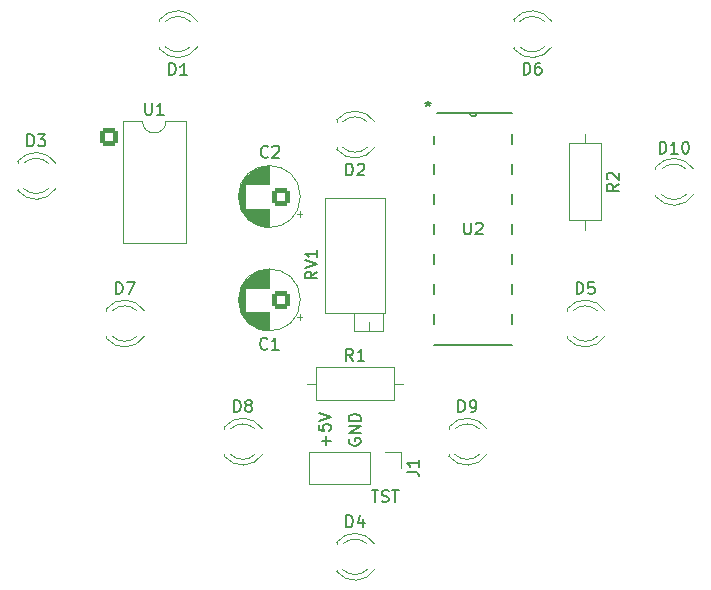
<source format=gto>
%TF.GenerationSoftware,KiCad,Pcbnew,9.0.6*%
%TF.CreationDate,2025-12-23T16:05:41-08:00*%
%TF.ProjectId,LED Chaser,4c454420-4368-4617-9365-722e6b696361,rev?*%
%TF.SameCoordinates,Original*%
%TF.FileFunction,Legend,Top*%
%TF.FilePolarity,Positive*%
%FSLAX46Y46*%
G04 Gerber Fmt 4.6, Leading zero omitted, Abs format (unit mm)*
G04 Created by KiCad (PCBNEW 9.0.6) date 2025-12-23 16:05:41*
%MOMM*%
%LPD*%
G01*
G04 APERTURE LIST*
G04 Aperture macros list*
%AMRoundRect*
0 Rectangle with rounded corners*
0 $1 Rounding radius*
0 $2 $3 $4 $5 $6 $7 $8 $9 X,Y pos of 4 corners*
0 Add a 4 corners polygon primitive as box body*
4,1,4,$2,$3,$4,$5,$6,$7,$8,$9,$2,$3,0*
0 Add four circle primitives for the rounded corners*
1,1,$1+$1,$2,$3*
1,1,$1+$1,$4,$5*
1,1,$1+$1,$6,$7*
1,1,$1+$1,$8,$9*
0 Add four rect primitives between the rounded corners*
20,1,$1+$1,$2,$3,$4,$5,0*
20,1,$1+$1,$4,$5,$6,$7,0*
20,1,$1+$1,$6,$7,$8,$9,0*
20,1,$1+$1,$8,$9,$2,$3,0*%
G04 Aperture macros list end*
%ADD10C,0.150000*%
%ADD11C,0.120000*%
%ADD12C,0.152400*%
%ADD13R,1.800000X1.800000*%
%ADD14C,1.800000*%
%ADD15RoundRect,0.250000X0.550000X0.550000X-0.550000X0.550000X-0.550000X-0.550000X0.550000X-0.550000X0*%
%ADD16C,1.600000*%
%ADD17RoundRect,0.250000X-0.550000X-0.550000X0.550000X-0.550000X0.550000X0.550000X-0.550000X0.550000X0*%
%ADD18R,1.295400X1.295400*%
%ADD19C,1.295400*%
%ADD20C,1.440000*%
%ADD21R,1.700000X1.700000*%
%ADD22C,1.700000*%
G04 APERTURE END LIST*
D10*
X151412143Y-82104819D02*
X151983571Y-82104819D01*
X151697857Y-83104819D02*
X151697857Y-82104819D01*
X152269286Y-83057200D02*
X152412143Y-83104819D01*
X152412143Y-83104819D02*
X152650238Y-83104819D01*
X152650238Y-83104819D02*
X152745476Y-83057200D01*
X152745476Y-83057200D02*
X152793095Y-83009580D01*
X152793095Y-83009580D02*
X152840714Y-82914342D01*
X152840714Y-82914342D02*
X152840714Y-82819104D01*
X152840714Y-82819104D02*
X152793095Y-82723866D01*
X152793095Y-82723866D02*
X152745476Y-82676247D01*
X152745476Y-82676247D02*
X152650238Y-82628628D01*
X152650238Y-82628628D02*
X152459762Y-82581009D01*
X152459762Y-82581009D02*
X152364524Y-82533390D01*
X152364524Y-82533390D02*
X152316905Y-82485771D01*
X152316905Y-82485771D02*
X152269286Y-82390533D01*
X152269286Y-82390533D02*
X152269286Y-82295295D01*
X152269286Y-82295295D02*
X152316905Y-82200057D01*
X152316905Y-82200057D02*
X152364524Y-82152438D01*
X152364524Y-82152438D02*
X152459762Y-82104819D01*
X152459762Y-82104819D02*
X152697857Y-82104819D01*
X152697857Y-82104819D02*
X152840714Y-82152438D01*
X153126429Y-82104819D02*
X153697857Y-82104819D01*
X153412143Y-83104819D02*
X153412143Y-82104819D01*
X149517438Y-77761904D02*
X149469819Y-77857142D01*
X149469819Y-77857142D02*
X149469819Y-77999999D01*
X149469819Y-77999999D02*
X149517438Y-78142856D01*
X149517438Y-78142856D02*
X149612676Y-78238094D01*
X149612676Y-78238094D02*
X149707914Y-78285713D01*
X149707914Y-78285713D02*
X149898390Y-78333332D01*
X149898390Y-78333332D02*
X150041247Y-78333332D01*
X150041247Y-78333332D02*
X150231723Y-78285713D01*
X150231723Y-78285713D02*
X150326961Y-78238094D01*
X150326961Y-78238094D02*
X150422200Y-78142856D01*
X150422200Y-78142856D02*
X150469819Y-77999999D01*
X150469819Y-77999999D02*
X150469819Y-77904761D01*
X150469819Y-77904761D02*
X150422200Y-77761904D01*
X150422200Y-77761904D02*
X150374580Y-77714285D01*
X150374580Y-77714285D02*
X150041247Y-77714285D01*
X150041247Y-77714285D02*
X150041247Y-77904761D01*
X150469819Y-77285713D02*
X149469819Y-77285713D01*
X149469819Y-77285713D02*
X150469819Y-76714285D01*
X150469819Y-76714285D02*
X149469819Y-76714285D01*
X150469819Y-76238094D02*
X149469819Y-76238094D01*
X149469819Y-76238094D02*
X149469819Y-75999999D01*
X149469819Y-75999999D02*
X149517438Y-75857142D01*
X149517438Y-75857142D02*
X149612676Y-75761904D01*
X149612676Y-75761904D02*
X149707914Y-75714285D01*
X149707914Y-75714285D02*
X149898390Y-75666666D01*
X149898390Y-75666666D02*
X150041247Y-75666666D01*
X150041247Y-75666666D02*
X150231723Y-75714285D01*
X150231723Y-75714285D02*
X150326961Y-75761904D01*
X150326961Y-75761904D02*
X150422200Y-75857142D01*
X150422200Y-75857142D02*
X150469819Y-75999999D01*
X150469819Y-75999999D02*
X150469819Y-76238094D01*
X147548866Y-78285713D02*
X147548866Y-77523809D01*
X147929819Y-77904761D02*
X147167914Y-77904761D01*
X146929819Y-76571428D02*
X146929819Y-77047618D01*
X146929819Y-77047618D02*
X147406009Y-77095237D01*
X147406009Y-77095237D02*
X147358390Y-77047618D01*
X147358390Y-77047618D02*
X147310771Y-76952380D01*
X147310771Y-76952380D02*
X147310771Y-76714285D01*
X147310771Y-76714285D02*
X147358390Y-76619047D01*
X147358390Y-76619047D02*
X147406009Y-76571428D01*
X147406009Y-76571428D02*
X147501247Y-76523809D01*
X147501247Y-76523809D02*
X147739342Y-76523809D01*
X147739342Y-76523809D02*
X147834580Y-76571428D01*
X147834580Y-76571428D02*
X147882200Y-76619047D01*
X147882200Y-76619047D02*
X147929819Y-76714285D01*
X147929819Y-76714285D02*
X147929819Y-76952380D01*
X147929819Y-76952380D02*
X147882200Y-77047618D01*
X147882200Y-77047618D02*
X147834580Y-77095237D01*
X146929819Y-76238094D02*
X147929819Y-75904761D01*
X147929819Y-75904761D02*
X146929819Y-75571428D01*
X175785714Y-53604819D02*
X175785714Y-52604819D01*
X175785714Y-52604819D02*
X176023809Y-52604819D01*
X176023809Y-52604819D02*
X176166666Y-52652438D01*
X176166666Y-52652438D02*
X176261904Y-52747676D01*
X176261904Y-52747676D02*
X176309523Y-52842914D01*
X176309523Y-52842914D02*
X176357142Y-53033390D01*
X176357142Y-53033390D02*
X176357142Y-53176247D01*
X176357142Y-53176247D02*
X176309523Y-53366723D01*
X176309523Y-53366723D02*
X176261904Y-53461961D01*
X176261904Y-53461961D02*
X176166666Y-53557200D01*
X176166666Y-53557200D02*
X176023809Y-53604819D01*
X176023809Y-53604819D02*
X175785714Y-53604819D01*
X177309523Y-53604819D02*
X176738095Y-53604819D01*
X177023809Y-53604819D02*
X177023809Y-52604819D01*
X177023809Y-52604819D02*
X176928571Y-52747676D01*
X176928571Y-52747676D02*
X176833333Y-52842914D01*
X176833333Y-52842914D02*
X176738095Y-52890533D01*
X177928571Y-52604819D02*
X178023809Y-52604819D01*
X178023809Y-52604819D02*
X178119047Y-52652438D01*
X178119047Y-52652438D02*
X178166666Y-52700057D01*
X178166666Y-52700057D02*
X178214285Y-52795295D01*
X178214285Y-52795295D02*
X178261904Y-52985771D01*
X178261904Y-52985771D02*
X178261904Y-53223866D01*
X178261904Y-53223866D02*
X178214285Y-53414342D01*
X178214285Y-53414342D02*
X178166666Y-53509580D01*
X178166666Y-53509580D02*
X178119047Y-53557200D01*
X178119047Y-53557200D02*
X178023809Y-53604819D01*
X178023809Y-53604819D02*
X177928571Y-53604819D01*
X177928571Y-53604819D02*
X177833333Y-53557200D01*
X177833333Y-53557200D02*
X177785714Y-53509580D01*
X177785714Y-53509580D02*
X177738095Y-53414342D01*
X177738095Y-53414342D02*
X177690476Y-53223866D01*
X177690476Y-53223866D02*
X177690476Y-52985771D01*
X177690476Y-52985771D02*
X177738095Y-52795295D01*
X177738095Y-52795295D02*
X177785714Y-52700057D01*
X177785714Y-52700057D02*
X177833333Y-52652438D01*
X177833333Y-52652438D02*
X177928571Y-52604819D01*
X122261905Y-52994819D02*
X122261905Y-51994819D01*
X122261905Y-51994819D02*
X122500000Y-51994819D01*
X122500000Y-51994819D02*
X122642857Y-52042438D01*
X122642857Y-52042438D02*
X122738095Y-52137676D01*
X122738095Y-52137676D02*
X122785714Y-52232914D01*
X122785714Y-52232914D02*
X122833333Y-52423390D01*
X122833333Y-52423390D02*
X122833333Y-52566247D01*
X122833333Y-52566247D02*
X122785714Y-52756723D01*
X122785714Y-52756723D02*
X122738095Y-52851961D01*
X122738095Y-52851961D02*
X122642857Y-52947200D01*
X122642857Y-52947200D02*
X122500000Y-52994819D01*
X122500000Y-52994819D02*
X122261905Y-52994819D01*
X123166667Y-51994819D02*
X123785714Y-51994819D01*
X123785714Y-51994819D02*
X123452381Y-52375771D01*
X123452381Y-52375771D02*
X123595238Y-52375771D01*
X123595238Y-52375771D02*
X123690476Y-52423390D01*
X123690476Y-52423390D02*
X123738095Y-52471009D01*
X123738095Y-52471009D02*
X123785714Y-52566247D01*
X123785714Y-52566247D02*
X123785714Y-52804342D01*
X123785714Y-52804342D02*
X123738095Y-52899580D01*
X123738095Y-52899580D02*
X123690476Y-52947200D01*
X123690476Y-52947200D02*
X123595238Y-52994819D01*
X123595238Y-52994819D02*
X123309524Y-52994819D01*
X123309524Y-52994819D02*
X123214286Y-52947200D01*
X123214286Y-52947200D02*
X123166667Y-52899580D01*
X149261905Y-85244819D02*
X149261905Y-84244819D01*
X149261905Y-84244819D02*
X149500000Y-84244819D01*
X149500000Y-84244819D02*
X149642857Y-84292438D01*
X149642857Y-84292438D02*
X149738095Y-84387676D01*
X149738095Y-84387676D02*
X149785714Y-84482914D01*
X149785714Y-84482914D02*
X149833333Y-84673390D01*
X149833333Y-84673390D02*
X149833333Y-84816247D01*
X149833333Y-84816247D02*
X149785714Y-85006723D01*
X149785714Y-85006723D02*
X149738095Y-85101961D01*
X149738095Y-85101961D02*
X149642857Y-85197200D01*
X149642857Y-85197200D02*
X149500000Y-85244819D01*
X149500000Y-85244819D02*
X149261905Y-85244819D01*
X150690476Y-84578152D02*
X150690476Y-85244819D01*
X150452381Y-84197200D02*
X150214286Y-84911485D01*
X150214286Y-84911485D02*
X150833333Y-84911485D01*
X142633333Y-53859580D02*
X142585714Y-53907200D01*
X142585714Y-53907200D02*
X142442857Y-53954819D01*
X142442857Y-53954819D02*
X142347619Y-53954819D01*
X142347619Y-53954819D02*
X142204762Y-53907200D01*
X142204762Y-53907200D02*
X142109524Y-53811961D01*
X142109524Y-53811961D02*
X142061905Y-53716723D01*
X142061905Y-53716723D02*
X142014286Y-53526247D01*
X142014286Y-53526247D02*
X142014286Y-53383390D01*
X142014286Y-53383390D02*
X142061905Y-53192914D01*
X142061905Y-53192914D02*
X142109524Y-53097676D01*
X142109524Y-53097676D02*
X142204762Y-53002438D01*
X142204762Y-53002438D02*
X142347619Y-52954819D01*
X142347619Y-52954819D02*
X142442857Y-52954819D01*
X142442857Y-52954819D02*
X142585714Y-53002438D01*
X142585714Y-53002438D02*
X142633333Y-53050057D01*
X143014286Y-53050057D02*
X143061905Y-53002438D01*
X143061905Y-53002438D02*
X143157143Y-52954819D01*
X143157143Y-52954819D02*
X143395238Y-52954819D01*
X143395238Y-52954819D02*
X143490476Y-53002438D01*
X143490476Y-53002438D02*
X143538095Y-53050057D01*
X143538095Y-53050057D02*
X143585714Y-53145295D01*
X143585714Y-53145295D02*
X143585714Y-53240533D01*
X143585714Y-53240533D02*
X143538095Y-53383390D01*
X143538095Y-53383390D02*
X142966667Y-53954819D01*
X142966667Y-53954819D02*
X143585714Y-53954819D01*
X172324819Y-56166666D02*
X171848628Y-56499999D01*
X172324819Y-56738094D02*
X171324819Y-56738094D01*
X171324819Y-56738094D02*
X171324819Y-56357142D01*
X171324819Y-56357142D02*
X171372438Y-56261904D01*
X171372438Y-56261904D02*
X171420057Y-56214285D01*
X171420057Y-56214285D02*
X171515295Y-56166666D01*
X171515295Y-56166666D02*
X171658152Y-56166666D01*
X171658152Y-56166666D02*
X171753390Y-56214285D01*
X171753390Y-56214285D02*
X171801009Y-56261904D01*
X171801009Y-56261904D02*
X171848628Y-56357142D01*
X171848628Y-56357142D02*
X171848628Y-56738094D01*
X171420057Y-55785713D02*
X171372438Y-55738094D01*
X171372438Y-55738094D02*
X171324819Y-55642856D01*
X171324819Y-55642856D02*
X171324819Y-55404761D01*
X171324819Y-55404761D02*
X171372438Y-55309523D01*
X171372438Y-55309523D02*
X171420057Y-55261904D01*
X171420057Y-55261904D02*
X171515295Y-55214285D01*
X171515295Y-55214285D02*
X171610533Y-55214285D01*
X171610533Y-55214285D02*
X171753390Y-55261904D01*
X171753390Y-55261904D02*
X172324819Y-55833332D01*
X172324819Y-55833332D02*
X172324819Y-55214285D01*
X149833333Y-71164819D02*
X149500000Y-70688628D01*
X149261905Y-71164819D02*
X149261905Y-70164819D01*
X149261905Y-70164819D02*
X149642857Y-70164819D01*
X149642857Y-70164819D02*
X149738095Y-70212438D01*
X149738095Y-70212438D02*
X149785714Y-70260057D01*
X149785714Y-70260057D02*
X149833333Y-70355295D01*
X149833333Y-70355295D02*
X149833333Y-70498152D01*
X149833333Y-70498152D02*
X149785714Y-70593390D01*
X149785714Y-70593390D02*
X149738095Y-70641009D01*
X149738095Y-70641009D02*
X149642857Y-70688628D01*
X149642857Y-70688628D02*
X149261905Y-70688628D01*
X150785714Y-71164819D02*
X150214286Y-71164819D01*
X150500000Y-71164819D02*
X150500000Y-70164819D01*
X150500000Y-70164819D02*
X150404762Y-70307676D01*
X150404762Y-70307676D02*
X150309524Y-70402914D01*
X150309524Y-70402914D02*
X150214286Y-70450533D01*
X158761905Y-75494819D02*
X158761905Y-74494819D01*
X158761905Y-74494819D02*
X159000000Y-74494819D01*
X159000000Y-74494819D02*
X159142857Y-74542438D01*
X159142857Y-74542438D02*
X159238095Y-74637676D01*
X159238095Y-74637676D02*
X159285714Y-74732914D01*
X159285714Y-74732914D02*
X159333333Y-74923390D01*
X159333333Y-74923390D02*
X159333333Y-75066247D01*
X159333333Y-75066247D02*
X159285714Y-75256723D01*
X159285714Y-75256723D02*
X159238095Y-75351961D01*
X159238095Y-75351961D02*
X159142857Y-75447200D01*
X159142857Y-75447200D02*
X159000000Y-75494819D01*
X159000000Y-75494819D02*
X158761905Y-75494819D01*
X159809524Y-75494819D02*
X160000000Y-75494819D01*
X160000000Y-75494819D02*
X160095238Y-75447200D01*
X160095238Y-75447200D02*
X160142857Y-75399580D01*
X160142857Y-75399580D02*
X160238095Y-75256723D01*
X160238095Y-75256723D02*
X160285714Y-75066247D01*
X160285714Y-75066247D02*
X160285714Y-74685295D01*
X160285714Y-74685295D02*
X160238095Y-74590057D01*
X160238095Y-74590057D02*
X160190476Y-74542438D01*
X160190476Y-74542438D02*
X160095238Y-74494819D01*
X160095238Y-74494819D02*
X159904762Y-74494819D01*
X159904762Y-74494819D02*
X159809524Y-74542438D01*
X159809524Y-74542438D02*
X159761905Y-74590057D01*
X159761905Y-74590057D02*
X159714286Y-74685295D01*
X159714286Y-74685295D02*
X159714286Y-74923390D01*
X159714286Y-74923390D02*
X159761905Y-75018628D01*
X159761905Y-75018628D02*
X159809524Y-75066247D01*
X159809524Y-75066247D02*
X159904762Y-75113866D01*
X159904762Y-75113866D02*
X160095238Y-75113866D01*
X160095238Y-75113866D02*
X160190476Y-75066247D01*
X160190476Y-75066247D02*
X160238095Y-75018628D01*
X160238095Y-75018628D02*
X160285714Y-74923390D01*
X139761905Y-75494819D02*
X139761905Y-74494819D01*
X139761905Y-74494819D02*
X140000000Y-74494819D01*
X140000000Y-74494819D02*
X140142857Y-74542438D01*
X140142857Y-74542438D02*
X140238095Y-74637676D01*
X140238095Y-74637676D02*
X140285714Y-74732914D01*
X140285714Y-74732914D02*
X140333333Y-74923390D01*
X140333333Y-74923390D02*
X140333333Y-75066247D01*
X140333333Y-75066247D02*
X140285714Y-75256723D01*
X140285714Y-75256723D02*
X140238095Y-75351961D01*
X140238095Y-75351961D02*
X140142857Y-75447200D01*
X140142857Y-75447200D02*
X140000000Y-75494819D01*
X140000000Y-75494819D02*
X139761905Y-75494819D01*
X140904762Y-74923390D02*
X140809524Y-74875771D01*
X140809524Y-74875771D02*
X140761905Y-74828152D01*
X140761905Y-74828152D02*
X140714286Y-74732914D01*
X140714286Y-74732914D02*
X140714286Y-74685295D01*
X140714286Y-74685295D02*
X140761905Y-74590057D01*
X140761905Y-74590057D02*
X140809524Y-74542438D01*
X140809524Y-74542438D02*
X140904762Y-74494819D01*
X140904762Y-74494819D02*
X141095238Y-74494819D01*
X141095238Y-74494819D02*
X141190476Y-74542438D01*
X141190476Y-74542438D02*
X141238095Y-74590057D01*
X141238095Y-74590057D02*
X141285714Y-74685295D01*
X141285714Y-74685295D02*
X141285714Y-74732914D01*
X141285714Y-74732914D02*
X141238095Y-74828152D01*
X141238095Y-74828152D02*
X141190476Y-74875771D01*
X141190476Y-74875771D02*
X141095238Y-74923390D01*
X141095238Y-74923390D02*
X140904762Y-74923390D01*
X140904762Y-74923390D02*
X140809524Y-74971009D01*
X140809524Y-74971009D02*
X140761905Y-75018628D01*
X140761905Y-75018628D02*
X140714286Y-75113866D01*
X140714286Y-75113866D02*
X140714286Y-75304342D01*
X140714286Y-75304342D02*
X140761905Y-75399580D01*
X140761905Y-75399580D02*
X140809524Y-75447200D01*
X140809524Y-75447200D02*
X140904762Y-75494819D01*
X140904762Y-75494819D02*
X141095238Y-75494819D01*
X141095238Y-75494819D02*
X141190476Y-75447200D01*
X141190476Y-75447200D02*
X141238095Y-75399580D01*
X141238095Y-75399580D02*
X141285714Y-75304342D01*
X141285714Y-75304342D02*
X141285714Y-75113866D01*
X141285714Y-75113866D02*
X141238095Y-75018628D01*
X141238095Y-75018628D02*
X141190476Y-74971009D01*
X141190476Y-74971009D02*
X141095238Y-74923390D01*
X129761905Y-65494819D02*
X129761905Y-64494819D01*
X129761905Y-64494819D02*
X130000000Y-64494819D01*
X130000000Y-64494819D02*
X130142857Y-64542438D01*
X130142857Y-64542438D02*
X130238095Y-64637676D01*
X130238095Y-64637676D02*
X130285714Y-64732914D01*
X130285714Y-64732914D02*
X130333333Y-64923390D01*
X130333333Y-64923390D02*
X130333333Y-65066247D01*
X130333333Y-65066247D02*
X130285714Y-65256723D01*
X130285714Y-65256723D02*
X130238095Y-65351961D01*
X130238095Y-65351961D02*
X130142857Y-65447200D01*
X130142857Y-65447200D02*
X130000000Y-65494819D01*
X130000000Y-65494819D02*
X129761905Y-65494819D01*
X130666667Y-64494819D02*
X131333333Y-64494819D01*
X131333333Y-64494819D02*
X130904762Y-65494819D01*
X149261905Y-55454819D02*
X149261905Y-54454819D01*
X149261905Y-54454819D02*
X149500000Y-54454819D01*
X149500000Y-54454819D02*
X149642857Y-54502438D01*
X149642857Y-54502438D02*
X149738095Y-54597676D01*
X149738095Y-54597676D02*
X149785714Y-54692914D01*
X149785714Y-54692914D02*
X149833333Y-54883390D01*
X149833333Y-54883390D02*
X149833333Y-55026247D01*
X149833333Y-55026247D02*
X149785714Y-55216723D01*
X149785714Y-55216723D02*
X149738095Y-55311961D01*
X149738095Y-55311961D02*
X149642857Y-55407200D01*
X149642857Y-55407200D02*
X149500000Y-55454819D01*
X149500000Y-55454819D02*
X149261905Y-55454819D01*
X150214286Y-54550057D02*
X150261905Y-54502438D01*
X150261905Y-54502438D02*
X150357143Y-54454819D01*
X150357143Y-54454819D02*
X150595238Y-54454819D01*
X150595238Y-54454819D02*
X150690476Y-54502438D01*
X150690476Y-54502438D02*
X150738095Y-54550057D01*
X150738095Y-54550057D02*
X150785714Y-54645295D01*
X150785714Y-54645295D02*
X150785714Y-54740533D01*
X150785714Y-54740533D02*
X150738095Y-54883390D01*
X150738095Y-54883390D02*
X150166667Y-55454819D01*
X150166667Y-55454819D02*
X150785714Y-55454819D01*
X132243095Y-49314819D02*
X132243095Y-50124342D01*
X132243095Y-50124342D02*
X132290714Y-50219580D01*
X132290714Y-50219580D02*
X132338333Y-50267200D01*
X132338333Y-50267200D02*
X132433571Y-50314819D01*
X132433571Y-50314819D02*
X132624047Y-50314819D01*
X132624047Y-50314819D02*
X132719285Y-50267200D01*
X132719285Y-50267200D02*
X132766904Y-50219580D01*
X132766904Y-50219580D02*
X132814523Y-50124342D01*
X132814523Y-50124342D02*
X132814523Y-49314819D01*
X133814523Y-50314819D02*
X133243095Y-50314819D01*
X133528809Y-50314819D02*
X133528809Y-49314819D01*
X133528809Y-49314819D02*
X133433571Y-49457676D01*
X133433571Y-49457676D02*
X133338333Y-49552914D01*
X133338333Y-49552914D02*
X133243095Y-49600533D01*
X159238095Y-59454819D02*
X159238095Y-60264342D01*
X159238095Y-60264342D02*
X159285714Y-60359580D01*
X159285714Y-60359580D02*
X159333333Y-60407200D01*
X159333333Y-60407200D02*
X159428571Y-60454819D01*
X159428571Y-60454819D02*
X159619047Y-60454819D01*
X159619047Y-60454819D02*
X159714285Y-60407200D01*
X159714285Y-60407200D02*
X159761904Y-60359580D01*
X159761904Y-60359580D02*
X159809523Y-60264342D01*
X159809523Y-60264342D02*
X159809523Y-59454819D01*
X160238095Y-59550057D02*
X160285714Y-59502438D01*
X160285714Y-59502438D02*
X160380952Y-59454819D01*
X160380952Y-59454819D02*
X160619047Y-59454819D01*
X160619047Y-59454819D02*
X160714285Y-59502438D01*
X160714285Y-59502438D02*
X160761904Y-59550057D01*
X160761904Y-59550057D02*
X160809523Y-59645295D01*
X160809523Y-59645295D02*
X160809523Y-59740533D01*
X160809523Y-59740533D02*
X160761904Y-59883390D01*
X160761904Y-59883390D02*
X160190476Y-60454819D01*
X160190476Y-60454819D02*
X160809523Y-60454819D01*
X156190000Y-49155119D02*
X156190000Y-49393214D01*
X155951905Y-49297976D02*
X156190000Y-49393214D01*
X156190000Y-49393214D02*
X156428095Y-49297976D01*
X156047143Y-49583690D02*
X156190000Y-49393214D01*
X156190000Y-49393214D02*
X156332857Y-49583690D01*
X146794819Y-63605238D02*
X146318628Y-63938571D01*
X146794819Y-64176666D02*
X145794819Y-64176666D01*
X145794819Y-64176666D02*
X145794819Y-63795714D01*
X145794819Y-63795714D02*
X145842438Y-63700476D01*
X145842438Y-63700476D02*
X145890057Y-63652857D01*
X145890057Y-63652857D02*
X145985295Y-63605238D01*
X145985295Y-63605238D02*
X146128152Y-63605238D01*
X146128152Y-63605238D02*
X146223390Y-63652857D01*
X146223390Y-63652857D02*
X146271009Y-63700476D01*
X146271009Y-63700476D02*
X146318628Y-63795714D01*
X146318628Y-63795714D02*
X146318628Y-64176666D01*
X145794819Y-63319523D02*
X146794819Y-62986190D01*
X146794819Y-62986190D02*
X145794819Y-62652857D01*
X146794819Y-61795714D02*
X146794819Y-62367142D01*
X146794819Y-62081428D02*
X145794819Y-62081428D01*
X145794819Y-62081428D02*
X145937676Y-62176666D01*
X145937676Y-62176666D02*
X146032914Y-62271904D01*
X146032914Y-62271904D02*
X146080533Y-62367142D01*
X168761905Y-65494819D02*
X168761905Y-64494819D01*
X168761905Y-64494819D02*
X169000000Y-64494819D01*
X169000000Y-64494819D02*
X169142857Y-64542438D01*
X169142857Y-64542438D02*
X169238095Y-64637676D01*
X169238095Y-64637676D02*
X169285714Y-64732914D01*
X169285714Y-64732914D02*
X169333333Y-64923390D01*
X169333333Y-64923390D02*
X169333333Y-65066247D01*
X169333333Y-65066247D02*
X169285714Y-65256723D01*
X169285714Y-65256723D02*
X169238095Y-65351961D01*
X169238095Y-65351961D02*
X169142857Y-65447200D01*
X169142857Y-65447200D02*
X169000000Y-65494819D01*
X169000000Y-65494819D02*
X168761905Y-65494819D01*
X170238095Y-64494819D02*
X169761905Y-64494819D01*
X169761905Y-64494819D02*
X169714286Y-64971009D01*
X169714286Y-64971009D02*
X169761905Y-64923390D01*
X169761905Y-64923390D02*
X169857143Y-64875771D01*
X169857143Y-64875771D02*
X170095238Y-64875771D01*
X170095238Y-64875771D02*
X170190476Y-64923390D01*
X170190476Y-64923390D02*
X170238095Y-64971009D01*
X170238095Y-64971009D02*
X170285714Y-65066247D01*
X170285714Y-65066247D02*
X170285714Y-65304342D01*
X170285714Y-65304342D02*
X170238095Y-65399580D01*
X170238095Y-65399580D02*
X170190476Y-65447200D01*
X170190476Y-65447200D02*
X170095238Y-65494819D01*
X170095238Y-65494819D02*
X169857143Y-65494819D01*
X169857143Y-65494819D02*
X169761905Y-65447200D01*
X169761905Y-65447200D02*
X169714286Y-65399580D01*
X142583333Y-70109580D02*
X142535714Y-70157200D01*
X142535714Y-70157200D02*
X142392857Y-70204819D01*
X142392857Y-70204819D02*
X142297619Y-70204819D01*
X142297619Y-70204819D02*
X142154762Y-70157200D01*
X142154762Y-70157200D02*
X142059524Y-70061961D01*
X142059524Y-70061961D02*
X142011905Y-69966723D01*
X142011905Y-69966723D02*
X141964286Y-69776247D01*
X141964286Y-69776247D02*
X141964286Y-69633390D01*
X141964286Y-69633390D02*
X142011905Y-69442914D01*
X142011905Y-69442914D02*
X142059524Y-69347676D01*
X142059524Y-69347676D02*
X142154762Y-69252438D01*
X142154762Y-69252438D02*
X142297619Y-69204819D01*
X142297619Y-69204819D02*
X142392857Y-69204819D01*
X142392857Y-69204819D02*
X142535714Y-69252438D01*
X142535714Y-69252438D02*
X142583333Y-69300057D01*
X143535714Y-70204819D02*
X142964286Y-70204819D01*
X143250000Y-70204819D02*
X143250000Y-69204819D01*
X143250000Y-69204819D02*
X143154762Y-69347676D01*
X143154762Y-69347676D02*
X143059524Y-69442914D01*
X143059524Y-69442914D02*
X142964286Y-69490533D01*
X134261905Y-46954819D02*
X134261905Y-45954819D01*
X134261905Y-45954819D02*
X134500000Y-45954819D01*
X134500000Y-45954819D02*
X134642857Y-46002438D01*
X134642857Y-46002438D02*
X134738095Y-46097676D01*
X134738095Y-46097676D02*
X134785714Y-46192914D01*
X134785714Y-46192914D02*
X134833333Y-46383390D01*
X134833333Y-46383390D02*
X134833333Y-46526247D01*
X134833333Y-46526247D02*
X134785714Y-46716723D01*
X134785714Y-46716723D02*
X134738095Y-46811961D01*
X134738095Y-46811961D02*
X134642857Y-46907200D01*
X134642857Y-46907200D02*
X134500000Y-46954819D01*
X134500000Y-46954819D02*
X134261905Y-46954819D01*
X135785714Y-46954819D02*
X135214286Y-46954819D01*
X135500000Y-46954819D02*
X135500000Y-45954819D01*
X135500000Y-45954819D02*
X135404762Y-46097676D01*
X135404762Y-46097676D02*
X135309524Y-46192914D01*
X135309524Y-46192914D02*
X135214286Y-46240533D01*
X164271905Y-46924819D02*
X164271905Y-45924819D01*
X164271905Y-45924819D02*
X164510000Y-45924819D01*
X164510000Y-45924819D02*
X164652857Y-45972438D01*
X164652857Y-45972438D02*
X164748095Y-46067676D01*
X164748095Y-46067676D02*
X164795714Y-46162914D01*
X164795714Y-46162914D02*
X164843333Y-46353390D01*
X164843333Y-46353390D02*
X164843333Y-46496247D01*
X164843333Y-46496247D02*
X164795714Y-46686723D01*
X164795714Y-46686723D02*
X164748095Y-46781961D01*
X164748095Y-46781961D02*
X164652857Y-46877200D01*
X164652857Y-46877200D02*
X164510000Y-46924819D01*
X164510000Y-46924819D02*
X164271905Y-46924819D01*
X165700476Y-45924819D02*
X165510000Y-45924819D01*
X165510000Y-45924819D02*
X165414762Y-45972438D01*
X165414762Y-45972438D02*
X165367143Y-46020057D01*
X165367143Y-46020057D02*
X165271905Y-46162914D01*
X165271905Y-46162914D02*
X165224286Y-46353390D01*
X165224286Y-46353390D02*
X165224286Y-46734342D01*
X165224286Y-46734342D02*
X165271905Y-46829580D01*
X165271905Y-46829580D02*
X165319524Y-46877200D01*
X165319524Y-46877200D02*
X165414762Y-46924819D01*
X165414762Y-46924819D02*
X165605238Y-46924819D01*
X165605238Y-46924819D02*
X165700476Y-46877200D01*
X165700476Y-46877200D02*
X165748095Y-46829580D01*
X165748095Y-46829580D02*
X165795714Y-46734342D01*
X165795714Y-46734342D02*
X165795714Y-46496247D01*
X165795714Y-46496247D02*
X165748095Y-46401009D01*
X165748095Y-46401009D02*
X165700476Y-46353390D01*
X165700476Y-46353390D02*
X165605238Y-46305771D01*
X165605238Y-46305771D02*
X165414762Y-46305771D01*
X165414762Y-46305771D02*
X165319524Y-46353390D01*
X165319524Y-46353390D02*
X165271905Y-46401009D01*
X165271905Y-46401009D02*
X165224286Y-46496247D01*
X154389819Y-80558333D02*
X155104104Y-80558333D01*
X155104104Y-80558333D02*
X155246961Y-80605952D01*
X155246961Y-80605952D02*
X155342200Y-80701190D01*
X155342200Y-80701190D02*
X155389819Y-80844047D01*
X155389819Y-80844047D02*
X155389819Y-80939285D01*
X155389819Y-79558333D02*
X155389819Y-80129761D01*
X155389819Y-79844047D02*
X154389819Y-79844047D01*
X154389819Y-79844047D02*
X154532676Y-79939285D01*
X154532676Y-79939285D02*
X154627914Y-80034523D01*
X154627914Y-80034523D02*
X154675533Y-80129761D01*
D11*
%TO.C,D10*%
X175440000Y-54764000D02*
X175440000Y-54920000D01*
X175440000Y-57080000D02*
X175440000Y-57236000D01*
X175440000Y-54764484D02*
G75*
G02*
X178671437Y-54920000I1560000J-1235516D01*
G01*
X175959039Y-54920000D02*
G75*
G02*
X178040961Y-54920000I1040961J-1080000D01*
G01*
X178040961Y-57080000D02*
G75*
G02*
X175959039Y-57080000I-1040961J1080000D01*
G01*
X178671437Y-57080000D02*
G75*
G02*
X175440000Y-57235516I-1671437J1080000D01*
G01*
%TO.C,D3*%
X121440000Y-54264000D02*
X121440000Y-54420000D01*
X121440000Y-56580000D02*
X121440000Y-56736000D01*
X121440000Y-54264484D02*
G75*
G02*
X124671437Y-54420000I1560000J-1235516D01*
G01*
X121959039Y-54420000D02*
G75*
G02*
X124040961Y-54420000I1040961J-1080000D01*
G01*
X124040961Y-56580000D02*
G75*
G02*
X121959039Y-56580000I-1040961J1080000D01*
G01*
X124671437Y-56580000D02*
G75*
G02*
X121440000Y-56735516I-1671437J1080000D01*
G01*
%TO.C,D4*%
X148440000Y-86514000D02*
X148440000Y-86670000D01*
X148440000Y-88830000D02*
X148440000Y-88986000D01*
X148440000Y-86514484D02*
G75*
G02*
X151671437Y-86670000I1560000J-1235516D01*
G01*
X148959039Y-86670000D02*
G75*
G02*
X151040961Y-86670000I1040961J-1080000D01*
G01*
X151040961Y-88830000D02*
G75*
G02*
X148959039Y-88830000I-1040961J1080000D01*
G01*
X151671437Y-88830000D02*
G75*
G02*
X148440000Y-88985516I-1671437J1080000D01*
G01*
%TO.C,C2*%
X140150000Y-57533000D02*
X140150000Y-56967000D01*
X140190000Y-57767000D02*
X140190000Y-56733000D01*
X140230000Y-57927000D02*
X140230000Y-56573000D01*
X140270000Y-58055000D02*
X140270000Y-56445000D01*
X140310000Y-58164000D02*
X140310000Y-56336000D01*
X140350000Y-58261000D02*
X140350000Y-56239000D01*
X140390000Y-58348000D02*
X140390000Y-56152000D01*
X140430000Y-58427000D02*
X140430000Y-56073000D01*
X140470000Y-58501000D02*
X140470000Y-55999000D01*
X140510000Y-58569000D02*
X140510000Y-55931000D01*
X140550000Y-58633000D02*
X140550000Y-55867000D01*
X140590000Y-58693000D02*
X140590000Y-55807000D01*
X140630000Y-58749000D02*
X140630000Y-55751000D01*
X140670000Y-58803000D02*
X140670000Y-55697000D01*
X140710000Y-58854000D02*
X140710000Y-55646000D01*
X140750000Y-56210000D02*
X140750000Y-55598000D01*
X140750000Y-58902000D02*
X140750000Y-58290000D01*
X140790000Y-56210000D02*
X140790000Y-55551000D01*
X140790000Y-58949000D02*
X140790000Y-58290000D01*
X140830000Y-56210000D02*
X140830000Y-55507000D01*
X140830000Y-58993000D02*
X140830000Y-58290000D01*
X140870000Y-56210000D02*
X140870000Y-55465000D01*
X140870000Y-59035000D02*
X140870000Y-58290000D01*
X140910000Y-56210000D02*
X140910000Y-55425000D01*
X140910000Y-59075000D02*
X140910000Y-58290000D01*
X140950000Y-56210000D02*
X140950000Y-55386000D01*
X140950000Y-59114000D02*
X140950000Y-58290000D01*
X140990000Y-56210000D02*
X140990000Y-55349000D01*
X140990000Y-59151000D02*
X140990000Y-58290000D01*
X141030000Y-56210000D02*
X141030000Y-55314000D01*
X141030000Y-59186000D02*
X141030000Y-58290000D01*
X141070000Y-56210000D02*
X141070000Y-55280000D01*
X141070000Y-59220000D02*
X141070000Y-58290000D01*
X141110000Y-56210000D02*
X141110000Y-55247000D01*
X141110000Y-59253000D02*
X141110000Y-58290000D01*
X141150000Y-56210000D02*
X141150000Y-55215000D01*
X141150000Y-59285000D02*
X141150000Y-58290000D01*
X141190000Y-56210000D02*
X141190000Y-55185000D01*
X141190000Y-59315000D02*
X141190000Y-58290000D01*
X141230000Y-56210000D02*
X141230000Y-55156000D01*
X141230000Y-59344000D02*
X141230000Y-58290000D01*
X141270000Y-56210000D02*
X141270000Y-55128000D01*
X141270000Y-59372000D02*
X141270000Y-58290000D01*
X141310000Y-56210000D02*
X141310000Y-55101000D01*
X141310000Y-59399000D02*
X141310000Y-58290000D01*
X141350000Y-56210000D02*
X141350000Y-55075000D01*
X141350000Y-59425000D02*
X141350000Y-58290000D01*
X141390000Y-56210000D02*
X141390000Y-55051000D01*
X141390000Y-59449000D02*
X141390000Y-58290000D01*
X141430000Y-56210000D02*
X141430000Y-55027000D01*
X141430000Y-59473000D02*
X141430000Y-58290000D01*
X141470000Y-56210000D02*
X141470000Y-55004000D01*
X141470000Y-59496000D02*
X141470000Y-58290000D01*
X141510000Y-56210000D02*
X141510000Y-54982000D01*
X141510000Y-59518000D02*
X141510000Y-58290000D01*
X141550000Y-56210000D02*
X141550000Y-54961000D01*
X141550000Y-59539000D02*
X141550000Y-58290000D01*
X141590000Y-56210000D02*
X141590000Y-54941000D01*
X141590000Y-59559000D02*
X141590000Y-58290000D01*
X141630000Y-56210000D02*
X141630000Y-54921000D01*
X141630000Y-59579000D02*
X141630000Y-58290000D01*
X141670000Y-56210000D02*
X141670000Y-54903000D01*
X141670000Y-59597000D02*
X141670000Y-58290000D01*
X141710000Y-56210000D02*
X141710000Y-54885000D01*
X141710000Y-59615000D02*
X141710000Y-58290000D01*
X141750000Y-56210000D02*
X141750000Y-54868000D01*
X141750000Y-59632000D02*
X141750000Y-58290000D01*
X141790000Y-56210000D02*
X141790000Y-54852000D01*
X141790000Y-59648000D02*
X141790000Y-58290000D01*
X141830000Y-56210000D02*
X141830000Y-54837000D01*
X141830000Y-59663000D02*
X141830000Y-58290000D01*
X141870000Y-56210000D02*
X141870000Y-54822000D01*
X141870000Y-59678000D02*
X141870000Y-58290000D01*
X141910000Y-56210000D02*
X141910000Y-54808000D01*
X141910000Y-59692000D02*
X141910000Y-58290000D01*
X141950000Y-56210000D02*
X141950000Y-54795000D01*
X141950000Y-59705000D02*
X141950000Y-58290000D01*
X141990000Y-56210000D02*
X141990000Y-54783000D01*
X141990000Y-59717000D02*
X141990000Y-58290000D01*
X142030000Y-56210000D02*
X142030000Y-54771000D01*
X142030000Y-59729000D02*
X142030000Y-58290000D01*
X142070000Y-56210000D02*
X142070000Y-54760000D01*
X142070000Y-59740000D02*
X142070000Y-58290000D01*
X142110000Y-56210000D02*
X142110000Y-54749000D01*
X142110000Y-59751000D02*
X142110000Y-58290000D01*
X142150000Y-56210000D02*
X142150000Y-54740000D01*
X142150000Y-59760000D02*
X142150000Y-58290000D01*
X142190000Y-56210000D02*
X142190000Y-54731000D01*
X142190000Y-59769000D02*
X142190000Y-58290000D01*
X142230000Y-56210000D02*
X142230000Y-54722000D01*
X142230000Y-59778000D02*
X142230000Y-58290000D01*
X142270000Y-56210000D02*
X142270000Y-54714000D01*
X142270000Y-59786000D02*
X142270000Y-58290000D01*
X142310000Y-56210000D02*
X142310000Y-54707000D01*
X142310000Y-59793000D02*
X142310000Y-58290000D01*
X142350000Y-56210000D02*
X142350000Y-54701000D01*
X142350000Y-59799000D02*
X142350000Y-58290000D01*
X142390000Y-56210000D02*
X142390000Y-54695000D01*
X142390000Y-59805000D02*
X142390000Y-58290000D01*
X142430000Y-56210000D02*
X142430000Y-54690000D01*
X142430000Y-59810000D02*
X142430000Y-58290000D01*
X142470000Y-56210000D02*
X142470000Y-54685000D01*
X142470000Y-59815000D02*
X142470000Y-58290000D01*
X142510000Y-56210000D02*
X142510000Y-54681000D01*
X142510000Y-59819000D02*
X142510000Y-58290000D01*
X142550000Y-56210000D02*
X142550000Y-54678000D01*
X142550000Y-59822000D02*
X142550000Y-58290000D01*
X142590000Y-56210000D02*
X142590000Y-54675000D01*
X142590000Y-59825000D02*
X142590000Y-58290000D01*
X142630000Y-56210000D02*
X142630000Y-54673000D01*
X142630000Y-59827000D02*
X142630000Y-58290000D01*
X142670000Y-56210000D02*
X142670000Y-54671000D01*
X142670000Y-59829000D02*
X142670000Y-58290000D01*
X142710000Y-56210000D02*
X142710000Y-54670000D01*
X142710000Y-59830000D02*
X142710000Y-58290000D01*
X142750000Y-56210000D02*
X142750000Y-54670000D01*
X142750000Y-59830000D02*
X142750000Y-58290000D01*
X145304775Y-58975000D02*
X145304775Y-58475000D01*
X145554775Y-58725000D02*
X145054775Y-58725000D01*
X145370000Y-57250000D02*
G75*
G02*
X140130000Y-57250000I-2620000J0D01*
G01*
X140130000Y-57250000D02*
G75*
G02*
X145370000Y-57250000I2620000J0D01*
G01*
%TO.C,R2*%
X169500000Y-51960000D02*
X169500000Y-52730000D01*
X169500000Y-60040000D02*
X169500000Y-59270000D01*
X170870000Y-52730000D02*
X168130000Y-52730000D01*
X168130000Y-59270000D01*
X170870000Y-59270000D01*
X170870000Y-52730000D01*
%TO.C,R1*%
X145960000Y-73080000D02*
X146730000Y-73080000D01*
X154040000Y-73080000D02*
X153270000Y-73080000D01*
X153270000Y-74450000D02*
X146730000Y-74450000D01*
X146730000Y-71710000D01*
X153270000Y-71710000D01*
X153270000Y-74450000D01*
%TO.C,D9*%
X157940000Y-76764000D02*
X157940000Y-76920000D01*
X157940000Y-79080000D02*
X157940000Y-79236000D01*
X157940000Y-76764484D02*
G75*
G02*
X161171437Y-76920000I1560000J-1235516D01*
G01*
X158459039Y-76920000D02*
G75*
G02*
X160540961Y-76920000I1040961J-1080000D01*
G01*
X160540961Y-79080000D02*
G75*
G02*
X158459039Y-79080000I-1040961J1080000D01*
G01*
X161171437Y-79080000D02*
G75*
G02*
X157940000Y-79235516I-1671437J1080000D01*
G01*
%TO.C,D8*%
X138940000Y-76764000D02*
X138940000Y-76920000D01*
X138940000Y-79080000D02*
X138940000Y-79236000D01*
X138940000Y-76764484D02*
G75*
G02*
X142171437Y-76920000I1560000J-1235516D01*
G01*
X139459039Y-76920000D02*
G75*
G02*
X141540961Y-76920000I1040961J-1080000D01*
G01*
X141540961Y-79080000D02*
G75*
G02*
X139459039Y-79080000I-1040961J1080000D01*
G01*
X142171437Y-79080000D02*
G75*
G02*
X138940000Y-79235516I-1671437J1080000D01*
G01*
%TO.C,D7*%
X128940000Y-66764000D02*
X128940000Y-66920000D01*
X128940000Y-69080000D02*
X128940000Y-69236000D01*
X128940000Y-66764484D02*
G75*
G02*
X132171437Y-66920000I1560000J-1235516D01*
G01*
X129459039Y-66920000D02*
G75*
G02*
X131540961Y-66920000I1040961J-1080000D01*
G01*
X131540961Y-69080000D02*
G75*
G02*
X129459039Y-69080000I-1040961J1080000D01*
G01*
X132171437Y-69080000D02*
G75*
G02*
X128940000Y-69235516I-1671437J1080000D01*
G01*
%TO.C,D2*%
X148440000Y-50764000D02*
X148440000Y-50920000D01*
X148440000Y-53080000D02*
X148440000Y-53236000D01*
X148440000Y-50764484D02*
G75*
G02*
X151671437Y-50920000I1560000J-1235516D01*
G01*
X148959039Y-50920000D02*
G75*
G02*
X151040961Y-50920000I1040961J-1080000D01*
G01*
X151040961Y-53080000D02*
G75*
G02*
X148959039Y-53080000I-1040961J1080000D01*
G01*
X151671437Y-53080000D02*
G75*
G02*
X148440000Y-53235516I-1671437J1080000D01*
G01*
%TO.C,U1*%
X130355000Y-50860000D02*
X130355000Y-61140000D01*
X130355000Y-61140000D02*
X135655000Y-61140000D01*
X132005000Y-50860000D02*
X130355000Y-50860000D01*
X135655000Y-50860000D02*
X134005000Y-50860000D01*
X135655000Y-61140000D02*
X135655000Y-50860000D01*
X134005000Y-50860000D02*
G75*
G02*
X132005000Y-50860000I-1000000J0D01*
G01*
D12*
%TO.C,U2*%
X156698000Y-52090440D02*
X156698000Y-52811431D01*
X156698000Y-54488569D02*
X156698000Y-55351431D01*
X156698000Y-57028569D02*
X156698000Y-57891431D01*
X156698000Y-59568569D02*
X156698000Y-60431431D01*
X156698000Y-62108569D02*
X156698000Y-62971431D01*
X156698000Y-64648569D02*
X156698000Y-65511431D01*
X156698000Y-67188569D02*
X156698000Y-68051431D01*
X156698000Y-69842500D02*
X163302000Y-69842500D01*
X163302000Y-50157500D02*
X156971165Y-50157500D01*
X163302000Y-52811431D02*
X163302000Y-51948569D01*
X163302000Y-55351431D02*
X163302000Y-54488569D01*
X163302000Y-57891431D02*
X163302000Y-57028569D01*
X163302000Y-60431431D02*
X163302000Y-59568569D01*
X163302000Y-62971431D02*
X163302000Y-62108569D01*
X163302000Y-65511431D02*
X163302000Y-64648569D01*
X163302000Y-68051431D02*
X163302000Y-67188569D01*
X160304800Y-50157500D02*
G75*
G02*
X159695200Y-50157500I-304800J0D01*
G01*
D11*
%TO.C,RV1*%
X147480000Y-57375000D02*
X152530000Y-57375000D01*
X147480000Y-67125000D02*
X147480000Y-57375000D01*
X149945000Y-67125000D02*
X152355000Y-67125000D01*
X149945000Y-68645000D02*
X149945000Y-67125000D01*
X151150000Y-68645000D02*
X151150000Y-67885000D01*
X152355000Y-67125000D02*
X152355000Y-68645000D01*
X152355000Y-68645000D02*
X149945000Y-68645000D01*
X152530000Y-57375000D02*
X152530000Y-67125000D01*
X152530000Y-67125000D02*
X147480000Y-67125000D01*
%TO.C,D5*%
X167940000Y-66764000D02*
X167940000Y-66920000D01*
X167940000Y-69080000D02*
X167940000Y-69236000D01*
X167940000Y-66764484D02*
G75*
G02*
X171171437Y-66920000I1560000J-1235516D01*
G01*
X168459039Y-66920000D02*
G75*
G02*
X170540961Y-66920000I1040961J-1080000D01*
G01*
X170540961Y-69080000D02*
G75*
G02*
X168459039Y-69080000I-1040961J1080000D01*
G01*
X171171437Y-69080000D02*
G75*
G02*
X167940000Y-69235516I-1671437J1080000D01*
G01*
%TO.C,C1*%
X140150000Y-66283000D02*
X140150000Y-65717000D01*
X140190000Y-66517000D02*
X140190000Y-65483000D01*
X140230000Y-66677000D02*
X140230000Y-65323000D01*
X140270000Y-66805000D02*
X140270000Y-65195000D01*
X140310000Y-66914000D02*
X140310000Y-65086000D01*
X140350000Y-67011000D02*
X140350000Y-64989000D01*
X140390000Y-67098000D02*
X140390000Y-64902000D01*
X140430000Y-67177000D02*
X140430000Y-64823000D01*
X140470000Y-67251000D02*
X140470000Y-64749000D01*
X140510000Y-67319000D02*
X140510000Y-64681000D01*
X140550000Y-67383000D02*
X140550000Y-64617000D01*
X140590000Y-67443000D02*
X140590000Y-64557000D01*
X140630000Y-67499000D02*
X140630000Y-64501000D01*
X140670000Y-67553000D02*
X140670000Y-64447000D01*
X140710000Y-67604000D02*
X140710000Y-64396000D01*
X140750000Y-64960000D02*
X140750000Y-64348000D01*
X140750000Y-67652000D02*
X140750000Y-67040000D01*
X140790000Y-64960000D02*
X140790000Y-64301000D01*
X140790000Y-67699000D02*
X140790000Y-67040000D01*
X140830000Y-64960000D02*
X140830000Y-64257000D01*
X140830000Y-67743000D02*
X140830000Y-67040000D01*
X140870000Y-64960000D02*
X140870000Y-64215000D01*
X140870000Y-67785000D02*
X140870000Y-67040000D01*
X140910000Y-64960000D02*
X140910000Y-64175000D01*
X140910000Y-67825000D02*
X140910000Y-67040000D01*
X140950000Y-64960000D02*
X140950000Y-64136000D01*
X140950000Y-67864000D02*
X140950000Y-67040000D01*
X140990000Y-64960000D02*
X140990000Y-64099000D01*
X140990000Y-67901000D02*
X140990000Y-67040000D01*
X141030000Y-64960000D02*
X141030000Y-64064000D01*
X141030000Y-67936000D02*
X141030000Y-67040000D01*
X141070000Y-64960000D02*
X141070000Y-64030000D01*
X141070000Y-67970000D02*
X141070000Y-67040000D01*
X141110000Y-64960000D02*
X141110000Y-63997000D01*
X141110000Y-68003000D02*
X141110000Y-67040000D01*
X141150000Y-64960000D02*
X141150000Y-63965000D01*
X141150000Y-68035000D02*
X141150000Y-67040000D01*
X141190000Y-64960000D02*
X141190000Y-63935000D01*
X141190000Y-68065000D02*
X141190000Y-67040000D01*
X141230000Y-64960000D02*
X141230000Y-63906000D01*
X141230000Y-68094000D02*
X141230000Y-67040000D01*
X141270000Y-64960000D02*
X141270000Y-63878000D01*
X141270000Y-68122000D02*
X141270000Y-67040000D01*
X141310000Y-64960000D02*
X141310000Y-63851000D01*
X141310000Y-68149000D02*
X141310000Y-67040000D01*
X141350000Y-64960000D02*
X141350000Y-63825000D01*
X141350000Y-68175000D02*
X141350000Y-67040000D01*
X141390000Y-64960000D02*
X141390000Y-63801000D01*
X141390000Y-68199000D02*
X141390000Y-67040000D01*
X141430000Y-64960000D02*
X141430000Y-63777000D01*
X141430000Y-68223000D02*
X141430000Y-67040000D01*
X141470000Y-64960000D02*
X141470000Y-63754000D01*
X141470000Y-68246000D02*
X141470000Y-67040000D01*
X141510000Y-64960000D02*
X141510000Y-63732000D01*
X141510000Y-68268000D02*
X141510000Y-67040000D01*
X141550000Y-64960000D02*
X141550000Y-63711000D01*
X141550000Y-68289000D02*
X141550000Y-67040000D01*
X141590000Y-64960000D02*
X141590000Y-63691000D01*
X141590000Y-68309000D02*
X141590000Y-67040000D01*
X141630000Y-64960000D02*
X141630000Y-63671000D01*
X141630000Y-68329000D02*
X141630000Y-67040000D01*
X141670000Y-64960000D02*
X141670000Y-63653000D01*
X141670000Y-68347000D02*
X141670000Y-67040000D01*
X141710000Y-64960000D02*
X141710000Y-63635000D01*
X141710000Y-68365000D02*
X141710000Y-67040000D01*
X141750000Y-64960000D02*
X141750000Y-63618000D01*
X141750000Y-68382000D02*
X141750000Y-67040000D01*
X141790000Y-64960000D02*
X141790000Y-63602000D01*
X141790000Y-68398000D02*
X141790000Y-67040000D01*
X141830000Y-64960000D02*
X141830000Y-63587000D01*
X141830000Y-68413000D02*
X141830000Y-67040000D01*
X141870000Y-64960000D02*
X141870000Y-63572000D01*
X141870000Y-68428000D02*
X141870000Y-67040000D01*
X141910000Y-64960000D02*
X141910000Y-63558000D01*
X141910000Y-68442000D02*
X141910000Y-67040000D01*
X141950000Y-64960000D02*
X141950000Y-63545000D01*
X141950000Y-68455000D02*
X141950000Y-67040000D01*
X141990000Y-64960000D02*
X141990000Y-63533000D01*
X141990000Y-68467000D02*
X141990000Y-67040000D01*
X142030000Y-64960000D02*
X142030000Y-63521000D01*
X142030000Y-68479000D02*
X142030000Y-67040000D01*
X142070000Y-64960000D02*
X142070000Y-63510000D01*
X142070000Y-68490000D02*
X142070000Y-67040000D01*
X142110000Y-64960000D02*
X142110000Y-63499000D01*
X142110000Y-68501000D02*
X142110000Y-67040000D01*
X142150000Y-64960000D02*
X142150000Y-63490000D01*
X142150000Y-68510000D02*
X142150000Y-67040000D01*
X142190000Y-64960000D02*
X142190000Y-63481000D01*
X142190000Y-68519000D02*
X142190000Y-67040000D01*
X142230000Y-64960000D02*
X142230000Y-63472000D01*
X142230000Y-68528000D02*
X142230000Y-67040000D01*
X142270000Y-64960000D02*
X142270000Y-63464000D01*
X142270000Y-68536000D02*
X142270000Y-67040000D01*
X142310000Y-64960000D02*
X142310000Y-63457000D01*
X142310000Y-68543000D02*
X142310000Y-67040000D01*
X142350000Y-64960000D02*
X142350000Y-63451000D01*
X142350000Y-68549000D02*
X142350000Y-67040000D01*
X142390000Y-64960000D02*
X142390000Y-63445000D01*
X142390000Y-68555000D02*
X142390000Y-67040000D01*
X142430000Y-64960000D02*
X142430000Y-63440000D01*
X142430000Y-68560000D02*
X142430000Y-67040000D01*
X142470000Y-64960000D02*
X142470000Y-63435000D01*
X142470000Y-68565000D02*
X142470000Y-67040000D01*
X142510000Y-64960000D02*
X142510000Y-63431000D01*
X142510000Y-68569000D02*
X142510000Y-67040000D01*
X142550000Y-64960000D02*
X142550000Y-63428000D01*
X142550000Y-68572000D02*
X142550000Y-67040000D01*
X142590000Y-64960000D02*
X142590000Y-63425000D01*
X142590000Y-68575000D02*
X142590000Y-67040000D01*
X142630000Y-64960000D02*
X142630000Y-63423000D01*
X142630000Y-68577000D02*
X142630000Y-67040000D01*
X142670000Y-64960000D02*
X142670000Y-63421000D01*
X142670000Y-68579000D02*
X142670000Y-67040000D01*
X142710000Y-64960000D02*
X142710000Y-63420000D01*
X142710000Y-68580000D02*
X142710000Y-67040000D01*
X142750000Y-64960000D02*
X142750000Y-63420000D01*
X142750000Y-68580000D02*
X142750000Y-67040000D01*
X145304775Y-67725000D02*
X145304775Y-67225000D01*
X145554775Y-67475000D02*
X145054775Y-67475000D01*
X145370000Y-66000000D02*
G75*
G02*
X140130000Y-66000000I-2620000J0D01*
G01*
X140130000Y-66000000D02*
G75*
G02*
X145370000Y-66000000I2620000J0D01*
G01*
%TO.C,D1*%
X133440000Y-42264000D02*
X133440000Y-42420000D01*
X133440000Y-44580000D02*
X133440000Y-44736000D01*
X133440000Y-42264484D02*
G75*
G02*
X136671437Y-42420000I1560000J-1235516D01*
G01*
X133959039Y-42420000D02*
G75*
G02*
X136040961Y-42420000I1040961J-1080000D01*
G01*
X136040961Y-44580000D02*
G75*
G02*
X133959039Y-44580000I-1040961J1080000D01*
G01*
X136671437Y-44580000D02*
G75*
G02*
X133440000Y-44735516I-1671437J1080000D01*
G01*
%TO.C,D6*%
X163440000Y-42264000D02*
X163440000Y-42420000D01*
X163440000Y-44580000D02*
X163440000Y-44736000D01*
X163440000Y-42264484D02*
G75*
G02*
X166671437Y-42420000I1560000J-1235516D01*
G01*
X163959039Y-42420000D02*
G75*
G02*
X166040961Y-42420000I1040961J-1080000D01*
G01*
X166040961Y-44580000D02*
G75*
G02*
X163959039Y-44580000I-1040961J1080000D01*
G01*
X166671437Y-44580000D02*
G75*
G02*
X163440000Y-44735516I-1671437J1080000D01*
G01*
%TO.C,J1*%
X146095000Y-78845000D02*
X146095000Y-81605000D01*
X151285000Y-78845000D02*
X146095000Y-78845000D01*
X151285000Y-78845000D02*
X151285000Y-81605000D01*
X151285000Y-81605000D02*
X146095000Y-81605000D01*
X152555000Y-78845000D02*
X153935000Y-78845000D01*
X153935000Y-78845000D02*
X153935000Y-80225000D01*
%TD*%
%LPC*%
D13*
%TO.C,D10*%
X175730000Y-56000000D03*
D14*
X178270000Y-56000000D03*
%TD*%
D13*
%TO.C,D3*%
X121730000Y-55500000D03*
D14*
X124270000Y-55500000D03*
%TD*%
D13*
%TO.C,D4*%
X148730000Y-87750000D03*
D14*
X151270000Y-87750000D03*
%TD*%
D15*
%TO.C,C2*%
X143750000Y-57250000D03*
D16*
X141750000Y-57250000D03*
%TD*%
%TO.C,R2*%
X169500000Y-50920000D03*
X169500000Y-61080000D03*
%TD*%
%TO.C,R1*%
X155080000Y-73080000D03*
X144920000Y-73080000D03*
%TD*%
D13*
%TO.C,D9*%
X158230000Y-78000000D03*
D14*
X160770000Y-78000000D03*
%TD*%
D13*
%TO.C,D8*%
X139230000Y-78000000D03*
D14*
X141770000Y-78000000D03*
%TD*%
D13*
%TO.C,D7*%
X129230000Y-68000000D03*
D14*
X131770000Y-68000000D03*
%TD*%
D13*
%TO.C,D2*%
X148730000Y-52000000D03*
D14*
X151270000Y-52000000D03*
%TD*%
D17*
%TO.C,U1*%
X129195000Y-52190000D03*
D16*
X129195000Y-54730000D03*
X129195000Y-57270000D03*
X129195000Y-59810000D03*
X136815000Y-59810000D03*
X136815000Y-57270000D03*
X136815000Y-54730000D03*
X136815000Y-52190000D03*
%TD*%
D18*
%TO.C,U2*%
X156190000Y-51110000D03*
D19*
X156190000Y-53650000D03*
X156190000Y-56190000D03*
X156190000Y-58730000D03*
X156190000Y-61270000D03*
X156190000Y-63810000D03*
X156190000Y-66350000D03*
X156190000Y-68890000D03*
X163810000Y-68890000D03*
X163810000Y-66350000D03*
X163810000Y-63810000D03*
X163810000Y-61270000D03*
X163810000Y-58730000D03*
X163810000Y-56190000D03*
X163810000Y-53650000D03*
X163810000Y-51110000D03*
%TD*%
D20*
%TO.C,RV1*%
X150000000Y-59710000D03*
X150000000Y-62250000D03*
X150000000Y-64790000D03*
%TD*%
D13*
%TO.C,D5*%
X168230000Y-68000000D03*
D14*
X170770000Y-68000000D03*
%TD*%
D15*
%TO.C,C1*%
X143750000Y-66000000D03*
D16*
X141750000Y-66000000D03*
%TD*%
D13*
%TO.C,D1*%
X133730000Y-43500000D03*
D14*
X136270000Y-43500000D03*
%TD*%
D13*
%TO.C,D6*%
X163730000Y-43500000D03*
D14*
X166270000Y-43500000D03*
%TD*%
D21*
%TO.C,J1*%
X152555000Y-80225000D03*
D22*
X150015000Y-80225000D03*
X147475000Y-80225000D03*
%TD*%
%LPD*%
M02*

</source>
